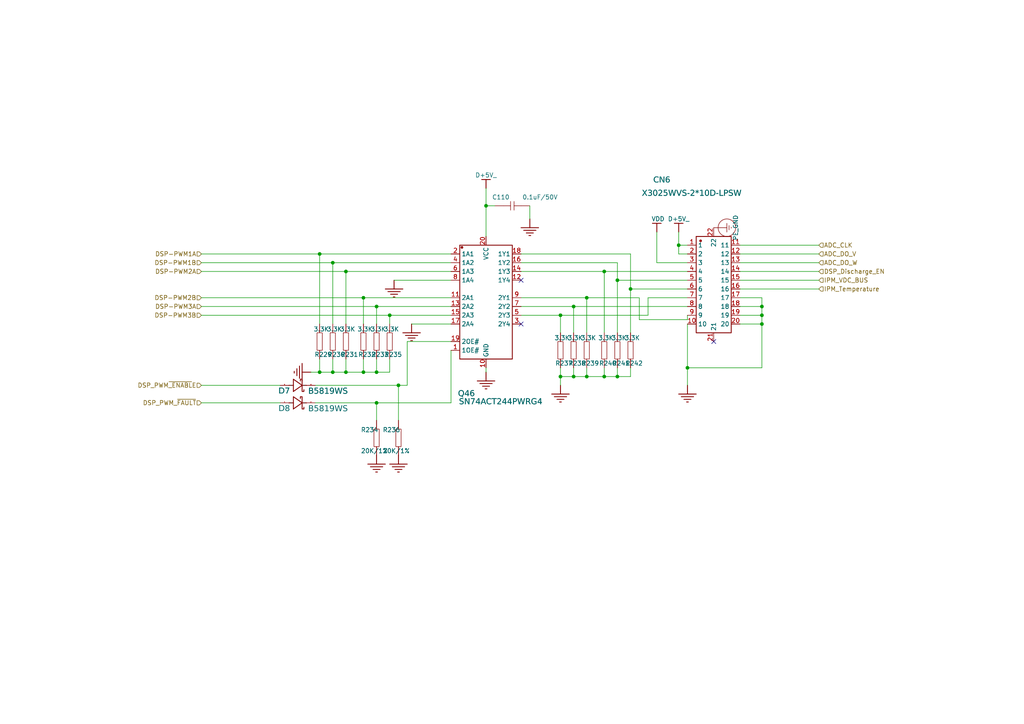
<source format=kicad_sch>
(kicad_sch (version 20250114) (generator "eeschema") (generator_version "9.0")
  (paper "A4")
  (lib_symbols
    (symbol "power:Earth_Protective" (power) (pin_numbers (hide yes)) (pin_names (offset 0) (hide yes))
      (property "Value" "Earth_Protective" (at 0 -7.62 0))
      (symbol "Earth_Protective_0_1"
        (polyline (pts (xy -0.635 -4.445) (xy 0.635 -4.445)))
        (polyline (pts (xy -0.127 -5.08) (xy 0.127 -5.08)))
        (polyline (pts (xy 0 -3.81) (xy 0 0)))
        (circle (center 0 -3.81) (radius 2.54))
        (polyline (pts (xy 1.27 -3.81) (xy -1.27 -3.81)))
      )
      (symbol "Earth_Protective_1_1"
        (pin power_in line (at 0 0 270) (length 0) (name "~") (number "1"))
      )
    )
    (symbol "sheet1-altium-import:AGND" (power)
      (property "Reference" "#PWR" (at 0 0 0))
      (property "Value" "GND" (at 0 6.35 0))
      (symbol "AGND_0_0"
        (polyline (pts (xy -2.54 -2.54) (xy 2.54 -2.54)) (stroke (width 0.254)))
        (polyline (pts (xy -1.778 -3.302) (xy 1.778 -3.302)) (stroke (width 0.254)))
        (polyline (pts (xy -1.016 -4.064) (xy 1.016 -4.064)) (stroke (width 0.254)))
        (polyline (pts (xy -0.254 -4.826) (xy 0.254 -4.826)) (stroke (width 0.254)))
        (polyline (pts (xy 0 0) (xy 0 -2.54)) (stroke (width 0.254)))
        (pin power_in line (at 0 0 0) (length 0) (hide yes) (name "AGND") (number ""))
      )
    )
    (symbol "sheet1-altium-import:B5819WS_C7420331"
      (property "Reference" "D3" (at -1.524 6.5405 0))
      (property "Value" "B5819WS_C7420331" (at -1.524 4.2291 0))
      (symbol "B5819WS_C7420331_0_0"
        (polyline (pts (xy -2.54 0) (xy -1.27 0)) (stroke (width 0.254)))
        (polyline (pts (xy -1.27 -1.778) (xy 1.27 0) (xy -1.27 1.778) (xy -1.27 -1.778)) (stroke (width 0.254)))
        (polyline (pts (xy 1.27 0) (xy 2.54 0)) (stroke (width 0.254)))
        (polyline (pts (xy 1.778 -1.27) (xy 1.778 -1.778) (xy 1.27 -1.778) (xy 1.27 1.778) (xy 0.762 1.778) (xy 0.762 1.27)) (stroke (width 0.254)))
        (pin passive line (at -5.08 0 0) (length 2.54) (name "A") (number "1"))
        (pin passive line (at 5.08 0 180) (length 2.54) (name "K") (number "2"))
      )
    )
    (symbol "sheet1-altium-import:CAP_2" (pin_numbers (hide yes)) (pin_names (hide yes))
      (property "Reference" "C71" (at 1.27 -5.08 0))
      (property "Value" "0.1uF/50V" (at 1.27 -2.54 0))
      (symbol "CAP_2_1_0"
        (polyline (pts (xy 1.27 -2.032) (xy 3.81 -2.032)))
        (polyline (pts (xy 1.27 -3.048) (xy 3.81 -3.048)))
        (polyline (pts (xy 2.54 0) (xy 2.54 -2.032)))
        (polyline (pts (xy 2.54 -3.048) (xy 2.54 -5.08)))
        (pin passive line (at 2.54 2.54 270) (length 2.54) (name "2") (number "2"))
        (pin passive line (at 2.54 -7.62 90) (length 2.54) (name "1") (number "1"))
      )
    )
    (symbol "sheet1-altium-import:D+5V" (power)
      (property "Reference" "#PWR" (at 0 0 0))
      (property "Value" "D+5V" (at 0 3.81 0))
      (symbol "D+5V_0_0"
        (polyline (pts (xy -1.27 -2.54) (xy 1.27 -2.54)) (stroke (width 0.254)))
        (polyline (pts (xy 0 0) (xy 0 -2.54)) (stroke (width 0.254)))
      )
      (symbol "D+5V_1_0"
        (pin power_in line (at 0 0 0) (length 0) (hide yes) (name "D+5V") (number ""))
      )
    )
    (symbol "sheet1-altium-import:RES_2" (pin_numbers (hide yes)) (pin_names (hide yes))
      (symbol "RES_2_1_0"
        (rectangle (start 0 -1.778) (end 5.08 -3.302))
        (pin passive line (at -2.54 -2.54 0) (length 2.54) (name "1") (number "1"))
        (pin passive line (at 7.62 -2.54 180) (length 2.54) (name "2") (number "2"))
      )
    )
    (symbol "sheet1-altium-import:RES_8" (pin_numbers (hide yes)) (pin_names (hide yes))
      (property "Reference" "R90" (at 0 -1.27 90))
      (property "Value" "20K/1%" (at 2.54 -1.016 90))
      (symbol "RES_8_1_0"
        (rectangle (start 0 -1.778) (end 5.08 -3.302))
        (pin passive line (at -2.54 -2.54 0) (length 2.54) (name "1") (number "1"))
        (pin passive line (at 7.62 -2.54 180) (length 2.54) (name "2") (number "2"))
      )
    )
    (symbol "sheet1-altium-import:SN74ACT244PWRG4"
      (property "Reference" "U23" (at 3.302 -24.13 0))
      (property "Value" "SN74ACT244PWRG4" (at 3.302 -26.416 0))
      (symbol "SN74ACT244PWRG4_0_0"
        (rectangle (start -7.62 13.97) (end 7.62 -19.05) (stroke (width 0.254)))
        (circle (center -6.985 13.335) (radius 0.254) (stroke (width 0.254)) (fill (type outline)))
        (pin input line (at -10.16 11.43 0) (length 2.54) (name "1A1") (number "2"))
        (pin input line (at -10.16 8.89 0) (length 2.54) (name "1A2") (number "4"))
        (pin input line (at -10.16 6.35 0) (length 2.54) (name "1A3") (number "6"))
        (pin input line (at -10.16 3.81 0) (length 2.54) (name "1A4") (number "8"))
        (pin input line (at -10.16 -1.27 0) (length 2.54) (name "2A1") (number "11"))
        (pin input line (at -10.16 -6.35 0) (length 2.54) (name "2A3") (number "15"))
        (pin input line (at -10.16 -8.89 0) (length 2.54) (name "2A4") (number "17"))
        (pin input line (at -10.16 -13.97 0) (length 2.54) (name "2OE#") (number "19"))
        (pin input line (at -10.16 -16.51 0) (length 2.54) (name "1OE#") (number "1"))
        (pin power_in line (at 0 16.51 270) (length 2.54) (name "VCC") (number "20"))
        (pin power_in line (at 0 -21.59 90) (length 2.54) (name "GND") (number "10"))
        (pin output line (at 10.16 11.43 180) (length 2.54) (name "1Y1") (number "18"))
        (pin output line (at 10.16 8.89 180) (length 2.54) (name "1Y2") (number "16"))
        (pin output line (at 10.16 6.35 180) (length 2.54) (name "1Y3") (number "14"))
        (pin output line (at 10.16 3.81 180) (length 2.54) (name "1Y4") (number "12"))
        (pin output line (at 10.16 -1.27 180) (length 2.54) (name "2Y1") (number "9"))
        (pin output line (at 10.16 -3.81 180) (length 2.54) (name "2Y2") (number "7"))
        (pin output line (at 10.16 -6.35 180) (length 2.54) (name "2Y3") (number "5"))
        (pin output line (at 10.16 -8.89 180) (length 2.54) (name "2Y4") (number "3"))
      )
      (symbol "SN74ACT244PWRG4_1_0"
        (pin input line (at -10.16 -3.81 0) (length 2.54) (name "2A2") (number "13"))
      )
    )
    (symbol "sheet1-altium-import:VDD" (power)
      (property "Reference" "#PWR" (at 0 0 0))
      (property "Value" "VDD" (at 0 3.81 0))
      (symbol "VDD_0_0"
        (polyline (pts (xy -1.27 -2.54) (xy 1.27 -2.54)) (stroke (width 0.254)))
        (polyline (pts (xy 0 0) (xy 0 -2.54)) (stroke (width 0.254)))
        (pin power_in line (at 0 0 0) (length 0) (hide yes) (name "VDD") (number ""))
      )
    )
    (symbol "sheet1-altium-import:X3025WVS-2*10D-LPSW"
      (property "Reference" "CN2" (at -8.2042 21.9329 0))
      (property "Value" "X3025WVS-2*10D-LPSW" (at -8.2042 19.6215 0))
      (symbol "X3025WVS-2*10D-LPSW_0_0"
        (rectangle (start -5.08 13.97) (end 5.08 -13.97) (stroke (width 0.254)))
        (circle (center -3.81 12.7) (radius 0.254) (stroke (width 0.254)) (fill (type outline)))
        (pin passive line (at -7.62 11.43 0) (length 2.54) (name "1") (number "1"))
        (pin passive line (at -7.62 8.89 0) (length 2.54) (name "2") (number "2"))
        (pin passive line (at -7.62 6.35 0) (length 2.54) (name "3") (number "3"))
        (pin passive line (at -7.62 3.81 0) (length 2.54) (name "4") (number "4"))
        (pin passive line (at -7.62 1.27 0) (length 2.54) (name "5") (number "5"))
        (pin passive line (at -7.62 -1.27 0) (length 2.54) (name "6") (number "6"))
        (pin passive line (at -7.62 -3.81 0) (length 2.54) (name "7") (number "7"))
        (pin passive line (at -7.62 -6.35 0) (length 2.54) (name "8") (number "8"))
        (pin passive line (at -7.62 -8.89 0) (length 2.54) (name "9") (number "9"))
        (pin passive line (at -7.62 -11.43 0) (length 2.54) (name "10") (number "10"))
        (pin passive line (at 0 16.51 270) (length 2.54) (name "22") (number "22"))
        (pin passive line (at 0 -16.51 90) (length 2.54) (name "21") (number "21"))
        (pin passive line (at 7.62 11.43 180) (length 2.54) (name "11") (number "11"))
        (pin passive line (at 7.62 8.89 180) (length 2.54) (name "12") (number "12"))
        (pin passive line (at 7.62 6.35 180) (length 2.54) (name "13") (number "13"))
        (pin passive line (at 7.62 3.81 180) (length 2.54) (name "14") (number "14"))
        (pin passive line (at 7.62 1.27 180) (length 2.54) (name "15") (number "15"))
        (pin passive line (at 7.62 -1.27 180) (length 2.54) (name "16") (number "16"))
        (pin passive line (at 7.62 -3.81 180) (length 2.54) (name "17") (number "17"))
        (pin passive line (at 7.62 -6.35 180) (length 2.54) (name "18") (number "18"))
        (pin passive line (at 7.62 -8.89 180) (length 2.54) (name "19") (number "19"))
        (pin passive line (at 7.62 -11.43 180) (length 2.54) (name "20") (number "20"))
      )
    )
  )
  (junction (at 179.07 81.28))
  (junction (at 100.33 107.95))
  (junction (at 100.33 78.74))
  (junction (at 175.26 78.74))
  (junction (at 115.57 111.76))
  (junction (at 105.41 86.36))
  (junction (at 166.37 109.22))
  (junction (at 170.18 109.22))
  (junction (at 179.07 109.22))
  (junction (at 170.18 86.36))
  (junction (at 220.98 91.44))
  (junction (at 220.98 88.9))
  (junction (at 182.88 83.82))
  (junction (at 109.22 88.9))
  (junction (at 220.98 93.98))
  (junction (at 105.41 107.95))
  (junction (at 175.26 109.22))
  (junction (at 162.56 109.22))
  (junction (at 109.22 116.84))
  (junction (at 109.22 107.95))
  (junction (at 196.85 71.12))
  (junction (at 96.52 76.2))
  (junction (at 199.39 106.68))
  (junction (at 113.03 91.44))
  (junction (at 96.52 107.95))
  (junction (at 140.97 59.69))
  (junction (at 162.56 91.44))
  (junction (at 92.71 107.95))
  (junction (at 166.37 88.9))
  (junction (at 92.71 73.66))
  (no_connect (at 151.13 81.28))
  (no_connect (at 207.01 99.06))
  (no_connect (at 151.13 93.98))
  (wire (pts (xy 237.49 73.66) (xy 214.63 73.66)))
  (wire (pts (xy 100.33 107.95) (xy 100.33 104.14)))
  (wire (pts (xy 130.81 76.2) (xy 96.52 76.2)))
  (wire (pts (xy 109.22 107.95) (xy 113.03 107.95)))
  (wire (pts (xy 105.41 107.95) (xy 105.41 104.14)))
  (wire (pts (xy 182.88 109.22) (xy 179.07 109.22)))
  (wire (pts (xy 237.49 71.12) (xy 214.63 71.12)))
  (wire (pts (xy 113.03 93.98) (xy 113.03 91.44)))
  (wire (pts (xy 237.49 76.2) (xy 214.63 76.2)))
  (wire (pts (xy 92.71 93.98) (xy 92.71 73.66)))
  (wire (pts (xy 166.37 96.52) (xy 166.37 88.9)))
  (wire (pts (xy 170.18 86.36) (xy 185.42 86.36)))
  (wire (pts (xy 130.81 93.98) (xy 119.38 93.98)))
  (wire (pts (xy 162.56 91.44) (xy 151.13 91.44)))
  (wire (pts (xy 170.18 86.36) (xy 151.13 86.36)))
  (wire (pts (xy 162.56 109.22) (xy 162.56 106.68)))
  (wire (pts (xy 182.88 83.82) (xy 199.39 83.82)))
  (wire (pts (xy 170.18 109.22) (xy 166.37 109.22)))
  (wire (pts (xy 96.52 107.95) (xy 100.33 107.95)))
  (wire (pts (xy 58.42 78.74) (xy 100.33 78.74)))
  (wire (pts (xy 58.42 73.66) (xy 92.71 73.66)))
  (wire (pts (xy 199.39 106.68) (xy 199.39 111.76)))
  (wire (pts (xy 199.39 76.2) (xy 190.5 76.2)))
  (wire (pts (xy 196.85 67.31) (xy 196.85 71.12)))
  (wire (pts (xy 96.52 93.98) (xy 96.52 76.2)))
  (wire (pts (xy 179.07 76.2) (xy 151.13 76.2)))
  (wire (pts (xy 58.42 76.2) (xy 96.52 76.2)))
  (wire (pts (xy 220.98 91.44) (xy 214.63 91.44)))
  (wire (pts (xy 199.39 73.66) (xy 196.85 73.66)))
  (wire (pts (xy 130.81 91.44) (xy 113.03 91.44)))
  (wire (pts (xy 114.3 81.28) (xy 130.81 81.28)))
  (wire (pts (xy 58.42 116.84) (xy 81.28 116.84)))
  (wire (pts (xy 143.51 59.69) (xy 140.97 59.69)))
  (wire (pts (xy 130.81 101.6) (xy 130.81 116.84)))
  (wire (pts (xy 113.03 107.95) (xy 113.03 104.14)))
  (wire (pts (xy 109.22 116.84) (xy 109.22 121.92)))
  (wire (pts (xy 179.07 106.68) (xy 179.07 109.22)))
  (wire (pts (xy 179.07 81.28) (xy 199.39 81.28)))
  (wire (pts (xy 214.63 86.36) (xy 220.98 86.36)))
  (wire (pts (xy 190.5 76.2) (xy 190.5 67.31)))
  (wire (pts (xy 220.98 106.68) (xy 199.39 106.68)))
  (wire (pts (xy 179.07 96.52) (xy 179.07 81.28)))
  (wire (pts (xy 153.67 63.5) (xy 153.67 59.69)))
  (wire (pts (xy 237.49 81.28) (xy 214.63 81.28)))
  (wire (pts (xy 179.07 109.22) (xy 175.26 109.22)))
  (wire (pts (xy 100.33 78.74) (xy 100.33 93.98)))
  (wire (pts (xy 58.42 88.9) (xy 109.22 88.9)))
  (wire (pts (xy 170.18 96.52) (xy 170.18 86.36)))
  (wire (pts (xy 199.39 92.71) (xy 199.39 91.44)))
  (wire (pts (xy 58.42 91.44) (xy 113.03 91.44)))
  (wire (pts (xy 220.98 93.98) (xy 220.98 106.68)))
  (wire (pts (xy 92.71 107.95) (xy 92.71 104.14)))
  (wire (pts (xy 109.22 107.95) (xy 109.22 104.14)))
  (wire (pts (xy 130.81 99.06) (xy 118.11 99.06)))
  (wire (pts (xy 175.26 78.74) (xy 151.13 78.74)))
  (wire (pts (xy 182.88 106.68) (xy 182.88 109.22)))
  (wire (pts (xy 220.98 88.9) (xy 220.98 91.44)))
  (wire (pts (xy 196.85 71.12) (xy 199.39 71.12)))
  (wire (pts (xy 118.11 99.06) (xy 118.11 111.76)))
  (wire (pts (xy 91.44 111.76) (xy 115.57 111.76)))
  (wire (pts (xy 182.88 83.82) (xy 182.88 96.52)))
  (wire (pts (xy 130.81 88.9) (xy 109.22 88.9)))
  (wire (pts (xy 105.41 107.95) (xy 109.22 107.95)))
  (wire (pts (xy 175.26 78.74) (xy 175.26 96.52)))
  (wire (pts (xy 182.88 73.66) (xy 151.13 73.66)))
  (wire (pts (xy 130.81 78.74) (xy 100.33 78.74)))
  (wire (pts (xy 175.26 109.22) (xy 170.18 109.22)))
  (wire (pts (xy 214.63 88.9) (xy 220.98 88.9)))
  (wire (pts (xy 166.37 88.9) (xy 151.13 88.9)))
  (wire (pts (xy 185.42 92.71) (xy 199.39 92.71)))
  (wire (pts (xy 220.98 86.36) (xy 220.98 88.9)))
  (wire (pts (xy 196.85 73.66) (xy 196.85 71.12)))
  (wire (pts (xy 220.98 91.44) (xy 220.98 93.98)))
  (wire (pts (xy 179.07 81.28) (xy 179.07 76.2)))
  (wire (pts (xy 91.44 116.84) (xy 109.22 116.84)))
  (wire (pts (xy 96.52 104.14) (xy 96.52 107.95)))
  (wire (pts (xy 199.39 93.98) (xy 199.39 106.68)))
  (wire (pts (xy 166.37 106.68) (xy 166.37 109.22)))
  (wire (pts (xy 175.26 78.74) (xy 199.39 78.74)))
  (wire (pts (xy 140.97 107.95) (xy 140.97 106.68)))
  (wire (pts (xy 162.56 111.76) (xy 162.56 109.22)))
  (wire (pts (xy 237.49 78.74) (xy 214.63 78.74)))
  (wire (pts (xy 182.88 73.66) (xy 182.88 83.82)))
  (wire (pts (xy 90.17 107.95) (xy 92.71 107.95)))
  (wire (pts (xy 166.37 88.9) (xy 199.39 88.9)))
  (wire (pts (xy 185.42 86.36) (xy 185.42 92.71)))
  (wire (pts (xy 58.42 111.76) (xy 81.28 111.76)))
  (wire (pts (xy 140.97 59.69) (xy 140.97 68.58)))
  (wire (pts (xy 175.26 106.68) (xy 175.26 109.22)))
  (wire (pts (xy 100.33 107.95) (xy 105.41 107.95)))
  (wire (pts (xy 118.11 111.76) (xy 115.57 111.76)))
  (wire (pts (xy 109.22 93.98) (xy 109.22 88.9)))
  (wire (pts (xy 162.56 96.52) (xy 162.56 91.44)))
  (wire (pts (xy 237.49 83.82) (xy 214.63 83.82)))
  (wire (pts (xy 92.71 107.95) (xy 96.52 107.95)))
  (wire (pts (xy 187.96 91.44) (xy 162.56 91.44)))
  (wire (pts (xy 105.41 93.98) (xy 105.41 86.36)))
  (wire (pts (xy 130.81 116.84) (xy 109.22 116.84)))
  (wire (pts (xy 140.97 59.69) (xy 140.97 54.61)))
  (wire (pts (xy 220.98 93.98) (xy 214.63 93.98)))
  (wire (pts (xy 130.81 73.66) (xy 92.71 73.66)))
  (wire (pts (xy 130.81 86.36) (xy 105.41 86.36)))
  (wire (pts (xy 58.42 86.36) (xy 105.41 86.36)))
  (wire (pts (xy 170.18 106.68) (xy 170.18 109.22)))
  (wire (pts (xy 166.37 109.22) (xy 162.56 109.22)))
  (wire (pts (xy 115.57 111.76) (xy 115.57 121.92)))
  (wire (pts (xy 187.96 86.36) (xy 199.39 86.36)))
  (wire (pts (xy 187.96 86.36) (xy 187.96 91.44)))
  (hierarchical_label "IPM_Temperature" (shape input) (at 237.49 83.82 0))
  (hierarchical_label "DSP_PWM_~{FAULT}" (shape input) (at 58.42 116.84 180))
  (hierarchical_label "DSP-PWM1B" (shape input) (at 58.42 76.2 180))
  (hierarchical_label "DSP-PWM3A" (shape input) (at 58.42 88.9 180))
  (hierarchical_label "DSP-PWM2A" (shape input) (at 58.42 78.74 180))
  (hierarchical_label "ADC_CLK" (shape input) (at 237.49 71.12 0))
  (hierarchical_label "DSP_Discharge_EN" (shape input) (at 237.49 78.74 0))
  (hierarchical_label "DSP-PWM1A" (shape input) (at 58.42 73.66 180))
  (hierarchical_label "ADC_DO_W" (shape input) (at 237.49 76.2 0))
  (hierarchical_label "DSP-PWM2B" (shape input) (at 58.42 86.36 180))
  (hierarchical_label "DSP-PWM3B" (shape input) (at 58.42 91.44 180))
  (hierarchical_label "ADC_DO_V" (shape input) (at 237.49 73.66 0))
  (hierarchical_label "DSP_PWM~{_ENABL}E" (shape input) (at 58.42 111.76 180))
  (hierarchical_label "IPM_VDC_BUS" (shape input) (at 237.49 81.28 0))
  (symbol (lib_id "sheet1-altium-import:SN74ACT244PWRG4") (at 140.97 85.09 0) (unit 1)
    (property "Reference" "Q43" (at 132.842 113.284 0) (effects (font (size 1.6891 1.6891)) (justify left top)))
    (property "Value" "SN74ACT244PWRG4" (at 132.842 115.57 0) (effects (font (size 1.6891 1.6891)) (justify left top)))
    (property "Footprint" "Lib2ic:TSSOP-20_L6.5-W4.4-P0.65-LS6.4-BL" (effects (hide yes)))
    (property "Manufacturer Part" "SN74ACT244PWR" (effects (hide yes)))
    (property "Manufacturer" "TI(德州仪器)" (effects (hide yes)))
    (property "Supplier Part" "C6930" (effects (hide yes)))
    (property "Supplier" "LCSC" (effects (hide yes)))
    (instances (project "sheet1" (path "" (reference "Q46") (unit 1)) (path "" (reference "Q45") (unit 1)) (path "" (reference "Q44") (unit 1)) (path "" (reference "Q43") (unit 1))))
  )
  (symbol (lib_id "sheet1-altium-import:CAP_2") (at 151.13 57.15 270) (unit 1)
    (property "Reference" "C107" (at 147.828 57.912 90) (effects (justify right bottom)))
    (property "Value" "0.1uF/50V" (at 161.798 57.912 90) (effects (justify right bottom)))
    (property "Footprint" "Capacitor_SMD:C_0603_1608Metric" (effects (hide yes)))
    (property "Automotive" "AEC-Q200" (effects (hide yes)))
    (property "Datasheet Link" "\\\\10.30.16.21\\D-UserFiles\\Cadence-share\\CIS_LP\\DATASHEET-New\\电容\\KEMET_MLCC_规格书.PDF" (effects (hide yes)))
    (property "EBOM Description" "瓷片电容-0.1uF-±10%-50V-X7R-(-55~125℃)-车规-0603" (effects (hide yes)))
    (property "Height" "0.87" (effects (hide yes)))
    (property "Implementation Type" "<none>" (effects (hide yes)))
    (property "New Part Number" "3.2.04.05.00132" (effects (hide yes)))
    (property "Origin Footprint" "0603C" (effects (hide yes)))
    (property "PCB Footprint" "0603C" (effects (hide yes)))
    (property "Part State" "已认定" (effects (hide yes)))
    (property "Part Type" "瓷片电容" (effects (hide yes)))
    (property "Power Pins Visible" "False" (effects (hide yes)))
    (property "Primitive" "DEFAULT" (effects (hide yes)))
    (property "Source Package" "CAP" (effects (hide yes)))
    (property "priority" "H" (effects (hide yes)))
    (property "purpose" "通用" (effects (hide yes)))
    (property "制造商名称" "MC000042_基美（KEMET）" (effects (hide yes)))
    (instances (project "sheet1" (path "" (reference "C110") (unit 1)) (path "" (reference "C109") (unit 1)) (path "" (reference "C108") (unit 1)) (path "" (reference "C107") (unit 1))))
  )
  (symbol (lib_id "sheet1-altium-import:RES_2") (at 107.95 96.52 270) (unit 1)
    (property "Reference" "R190" (at 103.886 102.108 90) (effects (justify left top)))
    (property "Value" "3.3K" (at 103.632 94.742 90) (effects (justify left top)))
    (property "Footprint" "Lib_sheet_10:R_0603_1608Metric" (effects (hide yes)))
    (property "Automotive" "AEC-Q200" (effects (hide yes)))
    (property "Datasheet Link" "\\\\10.192.7.10\\Dianqu-CIS\\DATASHEET-New\\电阻\\YAGEO_AC_规格书.pdf" (effects (hide yes)))
    (property "EBOM Description" "电阻-3.3K-±5%-1/10W-(-55~155℃)-车规-0603" (effects (hide yes)))
    (property "Height" "0.55" (effects (hide yes)))
    (property "ID" "397" (effects (hide yes)))
    (property "Implementation Type" "<none>" (effects (hide yes)))
    (property "New Part Number" "3.2.03.01.00406" (effects (hide yes)))
    (property "Origin Footprint" "0603R" (effects (hide yes)))
    (property "PCB Footprint" "0603R" (effects (hide yes)))
    (property "Part State" "已认定" (effects (hide yes)))
    (property "Part Type" "普通电阻" (effects (hide yes)))
    (property "Power Pins Visible" "False" (effects (hide yes)))
    (property "Primitive" "DEFAULT" (effects (hide yes)))
    (property "Source Package" "RES" (effects (hide yes)))
    (property "priority" "H" (effects (hide yes)))
    (property "purpose" "通用" (effects (hide yes)))
    (property "制造商名称" "MC000003_国巨（YAGEO）" (effects (hide yes)))
    (instances (project "sheet1" (path "" (reference "R232") (unit 1)) (path "" (reference "R218") (unit 1)) (path "" (reference "R204") (unit 1)) (path "" (reference "R190") (unit 1))))
  )
  (symbol (lib_id "sheet1-altium-import:RES_2") (at 111.76 96.52 270) (unit 1)
    (property "Reference" "R191" (at 107.696 102.108 90) (effects (justify left top)))
    (property "Value" "3.3K" (at 107.442 94.742 90) (effects (justify left top)))
    (property "Footprint" "Lib_sheet_10:R_0603_1608Metric" (effects (hide yes)))
    (property "Automotive" "AEC-Q200" (effects (hide yes)))
    (property "Datasheet Link" "\\\\10.192.7.10\\Dianqu-CIS\\DATASHEET-New\\电阻\\YAGEO_AC_规格书.pdf" (effects (hide yes)))
    (property "EBOM Description" "电阻-3.3K-±5%-1/10W-(-55~155℃)-车规-0603" (effects (hide yes)))
    (property "Height" "0.55" (effects (hide yes)))
    (property "ID" "397" (effects (hide yes)))
    (property "Implementation Type" "<none>" (effects (hide yes)))
    (property "New Part Number" "3.2.03.01.00406" (effects (hide yes)))
    (property "Origin Footprint" "0603R" (effects (hide yes)))
    (property "PCB Footprint" "0603R" (effects (hide yes)))
    (property "Part State" "已认定" (effects (hide yes)))
    (property "Part Type" "普通电阻" (effects (hide yes)))
    (property "Power Pins Visible" "False" (effects (hide yes)))
    (property "Primitive" "DEFAULT" (effects (hide yes)))
    (property "Source Package" "RES" (effects (hide yes)))
    (property "priority" "H" (effects (hide yes)))
    (property "purpose" "通用" (effects (hide yes)))
    (property "制造商名称" "MC000003_国巨（YAGEO）" (effects (hide yes)))
    (instances (project "sheet1" (path "" (reference "R233") (unit 1)) (path "" (reference "R219") (unit 1)) (path "" (reference "R205") (unit 1)) (path "" (reference "R191") (unit 1))))
  )
  (symbol (lib_id "sheet1-altium-import:AGND") (at 162.56 111.76 0) (unit 1)
    (property "Reference" "#PWR0194" (effects (hide yes)))
    (property "Value" "AGND" (effects (hide yes)))
    (property "Description" "电源符号创建名为 'AGND' 的全局标签" (effects (hide yes)))
    (instances (project "sheet1" (path "" (reference "#PWR0233") (unit 1)) (path "" (reference "#PWR0220") (unit 1)) (path "" (reference "#PWR0207") (unit 1)) (path "" (reference "#PWR0194") (unit 1))))
  )
  (symbol (lib_id "sheet1-altium-import:RES_2") (at 102.87 96.52 270) (unit 1)
    (property "Reference" "R189" (at 98.806 102.108 90) (effects (justify left top)))
    (property "Value" "3.3K" (at 98.552 94.742 90) (effects (justify left top)))
    (property "Footprint" "Lib_sheet_10:R_0603_1608Metric" (effects (hide yes)))
    (property "Automotive" "AEC-Q200" (effects (hide yes)))
    (property "Datasheet Link" "\\\\10.192.7.10\\Dianqu-CIS\\DATASHEET-New\\电阻\\YAGEO_AC_规格书.pdf" (effects (hide yes)))
    (property "EBOM Description" "电阻-3.3K-±5%-1/10W-(-55~155℃)-车规-0603" (effects (hide yes)))
    (property "Height" "0.55" (effects (hide yes)))
    (property "ID" "397" (effects (hide yes)))
    (property "Implementation Type" "<none>" (effects (hide yes)))
    (property "New Part Number" "3.2.03.01.00406" (effects (hide yes)))
    (property "Origin Footprint" "0603R" (effects (hide yes)))
    (property "PCB Footprint" "0603R" (effects (hide yes)))
    (property "Part State" "已认定" (effects (hide yes)))
    (property "Part Type" "普通电阻" (effects (hide yes)))
    (property "Power Pins Visible" "False" (effects (hide yes)))
    (property "Primitive" "DEFAULT" (effects (hide yes)))
    (property "Source Package" "RES" (effects (hide yes)))
    (property "priority" "H" (effects (hide yes)))
    (property "purpose" "通用" (effects (hide yes)))
    (property "制造商名称" "MC000003_国巨（YAGEO）" (effects (hide yes)))
    (instances (project "sheet1" (path "" (reference "R231") (unit 1)) (path "" (reference "R217") (unit 1)) (path "" (reference "R203") (unit 1)) (path "" (reference "R189") (unit 1))))
  )
  (symbol (lib_id "sheet1-altium-import:X3025WVS-2*10D-LPSW") (at 207.01 82.55 0) (unit 1)
    (property "Reference" "CN3" (at 189.484 51.308 0) (effects (font (size 1.6891 1.6891)) (justify left top)))
    (property "Value" "X3025WVS-2*10D-LPSW" (at 184.658 55.118 0) (effects (font (size 1.6891 1.6891)) (justify left top)))
    (property "Footprint" "Lib_sheet_10:CONN-SMD_20P-P3.00_X3025WVS-2-10D-LPSW" (effects (hide yes)))
    (property "Manufacturer Part" "X3025WVS-2x10D-LPSW" (effects (hide yes)))
    (property "Manufacturer" "XKB Connection(中国星坤)" (effects (hide yes)))
    (property "Supplier Part" "C400375" (effects (hide yes)))
    (property "Supplier" "LCSC" (effects (hide yes)))
    (instances (project "sheet1" (path "" (reference "CN6") (unit 1)) (path "" (reference "CN5") (unit 1)) (path "" (reference "CN4") (unit 1)) (path "" (reference "CN3") (unit 1))))
  )
  (symbol (lib_id "sheet1-altium-import:VDD") (at 190.5 67.31 0) (mirror x) (unit 1)
    (property "Reference" "#PWR0195" (effects (hide yes)))
    (property "Value" "VDD" (at 192.786 63.5 0) (effects (justify right)))
    (property "Description" "电源符号创建名为 'VDD' 的全局标签" (effects (hide yes)))
    (instances (project "sheet1" (path "" (reference "#PWR0234") (unit 1)) (path "" (reference "#PWR0221") (unit 1)) (path "" (reference "#PWR0208") (unit 1)) (path "" (reference "#PWR0195") (unit 1))))
  )
  (symbol (lib_id "sheet1-altium-import:RES_2") (at 115.57 96.52 270) (unit 1)
    (property "Reference" "R193" (at 111.506 102.108 90) (effects (justify left top)))
    (property "Value" "3.3K" (at 111.252 94.742 90) (effects (justify left top)))
    (property "Footprint" "Lib_sheet_10:R_0603_1608Metric" (effects (hide yes)))
    (property "Automotive" "AEC-Q200" (effects (hide yes)))
    (property "Datasheet Link" "\\\\10.192.7.10\\Dianqu-CIS\\DATASHEET-New\\电阻\\YAGEO_AC_规格书.pdf" (effects (hide yes)))
    (property "EBOM Description" "电阻-3.3K-±5%-1/10W-(-55~155℃)-车规-0603" (effects (hide yes)))
    (property "Height" "0.55" (effects (hide yes)))
    (property "ID" "397" (effects (hide yes)))
    (property "Implementation Type" "<none>" (effects (hide yes)))
    (property "New Part Number" "3.2.03.01.00406" (effects (hide yes)))
    (property "Origin Footprint" "0603R" (effects (hide yes)))
    (property "PCB Footprint" "0603R" (effects (hide yes)))
    (property "Part State" "已认定" (effects (hide yes)))
    (property "Part Type" "普通电阻" (effects (hide yes)))
    (property "Power Pins Visible" "False" (effects (hide yes)))
    (property "Primitive" "DEFAULT" (effects (hide yes)))
    (property "Source Package" "RES" (effects (hide yes)))
    (property "priority" "H" (effects (hide yes)))
    (property "purpose" "通用" (effects (hide yes)))
    (property "制造商名称" "MC000003_国巨（YAGEO）" (effects (hide yes)))
    (instances (project "sheet1" (path "" (reference "R235") (unit 1)) (path "" (reference "R221") (unit 1)) (path "" (reference "R207") (unit 1)) (path "" (reference "R193") (unit 1))))
  )
  (symbol (lib_id "sheet1-altium-import:RES_2") (at 177.8 99.06 270) (unit 1)
    (property "Reference" "R198" (at 173.736 104.648 90) (effects (justify left top)))
    (property "Value" "3.3K" (at 173.482 97.282 90) (effects (justify left top)))
    (property "Footprint" "Lib_sheet_10:R_0603_1608Metric" (effects (hide yes)))
    (property "Automotive" "AEC-Q200" (effects (hide yes)))
    (property "Datasheet Link" "\\\\10.192.7.10\\Dianqu-CIS\\DATASHEET-New\\电阻\\YAGEO_AC_规格书.pdf" (effects (hide yes)))
    (property "EBOM Description" "电阻-3.3K-±5%-1/10W-(-55~155℃)-车规-0603" (effects (hide yes)))
    (property "Height" "0.55" (effects (hide yes)))
    (property "ID" "397" (effects (hide yes)))
    (property "Implementation Type" "<none>" (effects (hide yes)))
    (property "New Part Number" "3.2.03.01.00406" (effects (hide yes)))
    (property "Origin Footprint" "0603R" (effects (hide yes)))
    (property "PCB Footprint" "0603R" (effects (hide yes)))
    (property "Part State" "已认定" (effects (hide yes)))
    (property "Part Type" "普通电阻" (effects (hide yes)))
    (property "Power Pins Visible" "False" (effects (hide yes)))
    (property "Primitive" "DEFAULT" (effects (hide yes)))
    (property "Source Package" "RES" (effects (hide yes)))
    (property "priority" "H" (effects (hide yes)))
    (property "purpose" "通用" (effects (hide yes)))
    (property "制造商名称" "MC000003_国巨（YAGEO）" (effects (hide yes)))
    (instances (project "sheet1" (path "" (reference "R240") (unit 1)) (path "" (reference "R226") (unit 1)) (path "" (reference "R212") (unit 1)) (path "" (reference "R198") (unit 1))))
  )
  (symbol (lib_id "sheet1-altium-import:AGND") (at 114.3 81.28 0) (unit 1)
    (property "Reference" "#PWR0188" (effects (hide yes)))
    (property "Value" "AGND" (effects (hide yes)))
    (property "Description" "电源符号创建名为 'AGND' 的全局标签" (effects (hide yes)))
    (instances (project "sheet1" (path "" (reference "#PWR0227") (unit 1)) (path "" (reference "#PWR0214") (unit 1)) (path "" (reference "#PWR0201") (unit 1)) (path "" (reference "#PWR0188") (unit 1))))
  )
  (symbol (lib_id "sheet1-altium-import:AGND") (at 199.39 111.76 0) (unit 1)
    (property "Reference" "#PWR0197" (effects (hide yes)))
    (property "Value" "AGND" (effects (hide yes)))
    (property "Description" "电源符号创建名为 'AGND' 的全局标签" (effects (hide yes)))
    (instances (project "sheet1" (path "" (reference "#PWR0236") (unit 1)) (path "" (reference "#PWR0223") (unit 1)) (path "" (reference "#PWR0210") (unit 1)) (path "" (reference "#PWR0197") (unit 1))))
  )
  (symbol (lib_id "sheet1-altium-import:RES_2") (at 99.06 96.52 270) (unit 1)
    (property "Reference" "R188" (at 94.996 102.108 90) (effects (justify left top)))
    (property "Value" "3.3K" (at 94.742 94.742 90) (effects (justify left top)))
    (property "Footprint" "Lib_sheet_10:R_0603_1608Metric" (effects (hide yes)))
    (property "Automotive" "AEC-Q200" (effects (hide yes)))
    (property "Datasheet Link" "\\\\10.192.7.10\\Dianqu-CIS\\DATASHEET-New\\电阻\\YAGEO_AC_规格书.pdf" (effects (hide yes)))
    (property "EBOM Description" "电阻-3.3K-±5%-1/10W-(-55~155℃)-车规-0603" (effects (hide yes)))
    (property "Height" "0.55" (effects (hide yes)))
    (property "ID" "397" (effects (hide yes)))
    (property "Implementation Type" "<none>" (effects (hide yes)))
    (property "New Part Number" "3.2.03.01.00406" (effects (hide yes)))
    (property "Origin Footprint" "0603R" (effects (hide yes)))
    (property "PCB Footprint" "0603R" (effects (hide yes)))
    (property "Part State" "已认定" (effects (hide yes)))
    (property "Part Type" "普通电阻" (effects (hide yes)))
    (property "Power Pins Visible" "False" (effects (hide yes)))
    (property "Primitive" "DEFAULT" (effects (hide yes)))
    (property "Source Package" "RES" (effects (hide yes)))
    (property "priority" "H" (effects (hide yes)))
    (property "purpose" "通用" (effects (hide yes)))
    (property "制造商名称" "MC000003_国巨（YAGEO）" (effects (hide yes)))
    (instances (project "sheet1" (path "" (reference "R230") (unit 1)) (path "" (reference "R216") (unit 1)) (path "" (reference "R202") (unit 1)) (path "" (reference "R188") (unit 1))))
  )
  (symbol (lib_id "sheet1-altium-import:RES_2") (at 168.91 99.06 270) (unit 1)
    (property "Reference" "R196" (at 164.846 104.648 90) (effects (justify left top)))
    (property "Value" "3.3K" (at 164.592 97.282 90) (effects (justify left top)))
    (property "Footprint" "Lib_sheet_10:R_0603_1608Metric" (effects (hide yes)))
    (property "Automotive" "AEC-Q200" (effects (hide yes)))
    (property "Datasheet Link" "\\\\10.192.7.10\\Dianqu-CIS\\DATASHEET-New\\电阻\\YAGEO_AC_规格书.pdf" (effects (hide yes)))
    (property "EBOM Description" "电阻-3.3K-±5%-1/10W-(-55~155℃)-车规-0603" (effects (hide yes)))
    (property "Height" "0.55" (effects (hide yes)))
    (property "ID" "397" (effects (hide yes)))
    (property "Implementation Type" "<none>" (effects (hide yes)))
    (property "New Part Number" "3.2.03.01.00406" (effects (hide yes)))
    (property "Origin Footprint" "0603R" (effects (hide yes)))
    (property "PCB Footprint" "0603R" (effects (hide yes)))
    (property "Part State" "已认定" (effects (hide yes)))
    (property "Part Type" "普通电阻" (effects (hide yes)))
    (property "Power Pins Visible" "False" (effects (hide yes)))
    (property "Primitive" "DEFAULT" (effects (hide yes)))
    (property "Source Package" "RES" (effects (hide yes)))
    (property "priority" "H" (effects (hide yes)))
    (property "purpose" "通用" (effects (hide yes)))
    (property "制造商名称" "MC000003_国巨（YAGEO）" (effects (hide yes)))
    (instances (project "sheet1" (path "" (reference "R238") (unit 1)) (path "" (reference "R224") (unit 1)) (path "" (reference "R210") (unit 1)) (path "" (reference "R196") (unit 1))))
  )
  (symbol (lib_id "sheet1-altium-import:D+5V") (at 140.97 54.61 180) (unit 1)
    (property "Reference" "#PWR0191" (effects (hide yes)))
    (property "Value" "D+5V_" (at 140.97 50.8 0))
    (property "Description" "电源符号创建名为 'D+5V' 的全局标签" (effects (hide yes)))
    (instances (project "sheet1" (path "" (reference "#PWR0230") (unit 1)) (path "" (reference "#PWR0217") (unit 1)) (path "" (reference "#PWR0204") (unit 1)) (path "" (reference "#PWR0191") (unit 1))))
  )
  (symbol (lib_id "sheet1-altium-import:AGND") (at 115.57 132.08 0) (unit 1)
    (property "Reference" "#PWR0189" (effects (hide yes)))
    (property "Value" "AGND" (effects (hide yes)))
    (property "Description" "电源符号创建名为 'AGND' 的全局标签" (effects (hide yes)))
    (instances (project "sheet1" (path "" (reference "#PWR0228") (unit 1)) (path "" (reference "#PWR0215") (unit 1)) (path "" (reference "#PWR0202") (unit 1)) (path "" (reference "#PWR0189") (unit 1))))
  )
  (symbol (lib_id "sheet1-altium-import:RES_8") (at 111.76 124.46 270) (unit 1)
    (property "Reference" "R192" (at 104.648 123.952 90) (effects (justify left top)))
    (property "Value" "20K/1%" (at 104.648 130.048 90) (effects (justify left top)))
    (property "Footprint" "Resistor_SMD:R_0603_1608Metric" (effects (hide yes)))
    (property "Automotive" "AEC-Q200" (effects (hide yes)))
    (property "Datasheet Link" "\\\\10.192.7.10\\Dianqu-CIS\\DATASHEET-New\\电阻\\YAGEO_AC_规格书.pdf" (effects (hide yes)))
    (property "EBOM Description" "电阻-20K-±1%-1/10W-(-55~155℃)-车规-0603" (effects (hide yes)))
    (property "Height" "0.55" (effects (hide yes)))
    (property "ID" "322" (effects (hide yes)))
    (property "Implementation Type" "<none>" (effects (hide yes)))
    (property "New Part Number" "3.2.03.01.00329" (effects (hide yes)))
    (property "Origin Footprint" "0603R" (effects (hide yes)))
    (property "PCB Footprint" "0603R" (effects (hide yes)))
    (property "Part State" "已认定" (effects (hide yes)))
    (property "Part Type" "普通电阻" (effects (hide yes)))
    (property "Power Pins Visible" "False" (effects (hide yes)))
    (property "Primitive" "DEFAULT" (effects (hide yes)))
    (property "Source Package" "RES" (effects (hide yes)))
    (property "priority" "H" (effects (hide yes)))
    (property "purpose" "通用" (effects (hide yes)))
    (property "制造商名称" "MC000003_国巨（YAGEO）" (effects (hide yes)))
    (instances (project "sheet1" (path "" (reference "R234") (unit 1)) (path "" (reference "R220") (unit 1)) (path "" (reference "R206") (unit 1)) (path "" (reference "R192") (unit 1))))
  )
  (symbol (lib_id "sheet1-altium-import:RES_2") (at 185.42 99.06 270) (unit 1)
    (property "Reference" "R200" (at 181.356 104.648 90) (effects (justify left top)))
    (property "Value" "3.3K" (at 181.102 97.282 90) (effects (justify left top)))
    (property "Footprint" "Lib_sheet_10:R_0603_1608Metric" (effects (hide yes)))
    (property "Automotive" "AEC-Q200" (effects (hide yes)))
    (property "Datasheet Link" "\\\\10.192.7.10\\Dianqu-CIS\\DATASHEET-New\\电阻\\YAGEO_AC_规格书.pdf" (effects (hide yes)))
    (property "EBOM Description" "电阻-3.3K-±5%-1/10W-(-55~155℃)-车规-0603" (effects (hide yes)))
    (property "Height" "0.55" (effects (hide yes)))
    (property "ID" "397" (effects (hide yes)))
    (property "Implementation Type" "<none>" (effects (hide yes)))
    (property "New Part Number" "3.2.03.01.00406" (effects (hide yes)))
    (property "Origin Footprint" "0603R" (effects (hide yes)))
    (property "PCB Footprint" "0603R" (effects (hide yes)))
    (property "Part State" "已认定" (effects (hide yes)))
    (property "Part Type" "普通电阻" (effects (hide yes)))
    (property "Power Pins Visible" "False" (effects (hide yes)))
    (property "Primitive" "DEFAULT" (effects (hide yes)))
    (property "Source Package" "RES" (effects (hide yes)))
    (property "priority" "H" (effects (hide yes)))
    (property "purpose" "通用" (effects (hide yes)))
    (property "制造商名称" "MC000003_国巨（YAGEO）" (effects (hide yes)))
    (instances (project "sheet1" (path "" (reference "R242") (unit 1)) (path "" (reference "R228") (unit 1)) (path "" (reference "R214") (unit 1)) (path "" (reference "R200") (unit 1))))
  )
  (symbol (lib_id "sheet1-altium-import:D+5V") (at 196.85 67.31 180) (unit 1)
    (property "Reference" "#PWR0196" (effects (hide yes)))
    (property "Value" "D+5V_" (at 196.85 63.5 0))
    (property "Description" "电源符号创建名为 'D+5V' 的全局标签" (effects (hide yes)))
    (instances (project "sheet1" (path "" (reference "#PWR0235") (unit 1)) (path "" (reference "#PWR0222") (unit 1)) (path "" (reference "#PWR0209") (unit 1)) (path "" (reference "#PWR0196") (unit 1))))
  )
  (symbol (lib_id "power:Earth_Protective") (at 207.01 66.04 90) (unit 1)
    (property "Reference" "#PWR0198" (effects (hide yes)))
    (property "Value" "PE_GND" (at 213.36 66.04 0))
    (property "Description" "Power symbol creates a global label with name \"Earth_Protective\"" (effects (hide yes)))
    (instances (project "sheet1" (path "" (reference "#PWR0237") (unit 1)) (path "" (reference "#PWR0224") (unit 1)) (path "" (reference "#PWR0211") (unit 1)) (path "" (reference "#PWR0198") (unit 1))))
  )
  (symbol (lib_id "sheet1-altium-import:AGND") (at 119.38 93.98 0) (unit 1)
    (property "Reference" "#PWR0190" (effects (hide yes)))
    (property "Value" "AGND" (effects (hide yes)))
    (property "Description" "电源符号创建名为 'AGND' 的全局标签" (effects (hide yes)))
    (instances (project "sheet1" (path "" (reference "#PWR0229") (unit 1)) (path "" (reference "#PWR0216") (unit 1)) (path "" (reference "#PWR0203") (unit 1)) (path "" (reference "#PWR0190") (unit 1))))
  )
  (symbol (lib_id "sheet1-altium-import:RES_2") (at 165.1 99.06 270) (unit 1)
    (property "Reference" "R195" (at 161.036 104.648 90) (effects (justify left top)))
    (property "Value" "3.3K" (at 160.782 97.282 90) (effects (justify left top)))
    (property "Footprint" "Lib_sheet_10:R_0603_1608Metric" (effects (hide yes)))
    (property "Automotive" "AEC-Q200" (effects (hide yes)))
    (property "Datasheet Link" "\\\\10.192.7.10\\Dianqu-CIS\\DATASHEET-New\\电阻\\YAGEO_AC_规格书.pdf" (effects (hide yes)))
    (property "EBOM Description" "电阻-3.3K-±5%-1/10W-(-55~155℃)-车规-0603" (effects (hide yes)))
    (property "Height" "0.55" (effects (hide yes)))
    (property "ID" "397" (effects (hide yes)))
    (property "Implementation Type" "<none>" (effects (hide yes)))
    (property "New Part Number" "3.2.03.01.00406" (effects (hide yes)))
    (property "Origin Footprint" "0603R" (effects (hide yes)))
    (property "PCB Footprint" "0603R" (effects (hide yes)))
    (property "Part State" "已认定" (effects (hide yes)))
    (property "Part Type" "普通电阻" (effects (hide yes)))
    (property "Power Pins Visible" "False" (effects (hide yes)))
    (property "Primitive" "DEFAULT" (effects (hide yes)))
    (property "Source Package" "RES" (effects (hide yes)))
    (property "priority" "H" (effects (hide yes)))
    (property "purpose" "通用" (effects (hide yes)))
    (property "制造商名称" "MC000003_国巨（YAGEO）" (effects (hide yes)))
    (instances (project "sheet1" (path "" (reference "R237") (unit 1)) (path "" (reference "R223") (unit 1)) (path "" (reference "R209") (unit 1)) (path "" (reference "R195") (unit 1))))
  )
  (symbol (lib_id "sheet1-altium-import:AGND") (at 109.22 132.08 0) (unit 1)
    (property "Reference" "#PWR0187" (effects (hide yes)))
    (property "Value" "AGND" (effects (hide yes)))
    (property "Description" "电源符号创建名为 'AGND' 的全局标签" (effects (hide yes)))
    (instances (project "sheet1" (path "" (reference "#PWR0226") (unit 1)) (path "" (reference "#PWR0213") (unit 1)) (path "" (reference "#PWR0200") (unit 1)) (path "" (reference "#PWR0187") (unit 1))))
  )
  (symbol (lib_id "sheet1-altium-import:AGND") (at 140.97 107.95 0) (unit 1)
    (property "Reference" "#PWR0192" (effects (hide yes)))
    (property "Value" "AGND" (effects (hide yes)))
    (property "Description" "电源符号创建名为 'AGND' 的全局标签" (effects (hide yes)))
    (instances (project "sheet1" (path "" (reference "#PWR0231") (unit 1)) (path "" (reference "#PWR0218") (unit 1)) (path "" (reference "#PWR0205") (unit 1)) (path "" (reference "#PWR0192") (unit 1))))
  )
  (symbol (lib_id "sheet1-altium-import:B5819WS_C7420331") (at 86.36 116.84 0) (unit 1)
    (property "Reference" "D2" (at 80.772 117.602 0) (effects (font (size 1.6891 1.6891)) (justify left top)))
    (property "Value" "B5819WS" (at 89.154 117.602 0) (effects (font (size 1.6891 1.6891)) (justify left top)))
    (property "Footprint" "Lib_sheet_10:SOD-323_L1.7-W1.3-LS2.5-FD" (effects (hide yes)))
    (property "Manufacturer Part" "B5819WS" (effects (hide yes)))
    (property "Manufacturer" "宏迦橙" (effects (hide yes)))
    (property "Supplier Part" "C7420331" (effects (hide yes)))
    (property "Supplier" "LCSC" (effects (hide yes)))
    (instances (project "sheet1" (path "" (reference "D8") (unit 1)) (path "" (reference "D6") (unit 1)) (path "" (reference "D4") (unit 1)) (path "" (reference "D2") (unit 1))))
  )
  (symbol (lib_id "sheet1-altium-import:RES_8") (at 118.11 124.46 270) (unit 1)
    (property "Reference" "R194" (at 110.998 123.952 90) (effects (justify left top)))
    (property "Value" "20K/1%" (at 110.998 130.048 90) (effects (justify left top)))
    (property "Footprint" "Resistor_SMD:R_0603_1608Metric" (effects (hide yes)))
    (property "Automotive" "AEC-Q200" (effects (hide yes)))
    (property "Datasheet Link" "\\\\10.192.7.10\\Dianqu-CIS\\DATASHEET-New\\电阻\\YAGEO_AC_规格书.pdf" (effects (hide yes)))
    (property "EBOM Description" "电阻-20K-±1%-1/10W-(-55~155℃)-车规-0603" (effects (hide yes)))
    (property "Height" "0.55" (effects (hide yes)))
    (property "ID" "322" (effects (hide yes)))
    (property "Implementation Type" "<none>" (effects (hide yes)))
    (property "New Part Number" "3.2.03.01.00329" (effects (hide yes)))
    (property "Origin Footprint" "0603R" (effects (hide yes)))
    (property "PCB Footprint" "0603R" (effects (hide yes)))
    (property "Part State" "已认定" (effects (hide yes)))
    (property "Part Type" "普通电阻" (effects (hide yes)))
    (property "Power Pins Visible" "False" (effects (hide yes)))
    (property "Primitive" "DEFAULT" (effects (hide yes)))
    (property "Source Package" "RES" (effects (hide yes)))
    (property "priority" "H" (effects (hide yes)))
    (property "purpose" "通用" (effects (hide yes)))
    (property "制造商名称" "MC000003_国巨（YAGEO）" (effects (hide yes)))
    (instances (project "sheet1" (path "" (reference "R236") (unit 1)) (path "" (reference "R222") (unit 1)) (path "" (reference "R208") (unit 1)) (path "" (reference "R194") (unit 1))))
  )
  (symbol (lib_id "sheet1-altium-import:RES_2") (at 95.25 96.52 270) (unit 1)
    (property "Reference" "R187" (at 91.186 102.108 90) (effects (justify left top)))
    (property "Value" "3.3K" (at 90.932 94.742 90) (effects (justify left top)))
    (property "Footprint" "Lib_sheet_10:R_0603_1608Metric" (effects (hide yes)))
    (property "Automotive" "AEC-Q200" (effects (hide yes)))
    (property "Datasheet Link" "\\\\10.192.7.10\\Dianqu-CIS\\DATASHEET-New\\电阻\\YAGEO_AC_规格书.pdf" (effects (hide yes)))
    (property "EBOM Description" "电阻-3.3K-±5%-1/10W-(-55~155℃)-车规-0603" (effects (hide yes)))
    (property "Height" "0.55" (effects (hide yes)))
    (property "ID" "397" (effects (hide yes)))
    (property "Implementation Type" "<none>" (effects (hide yes)))
    (property "New Part Number" "3.2.03.01.00406" (effects (hide yes)))
    (property "Origin Footprint" "0603R" (effects (hide yes)))
    (property "PCB Footprint" "0603R" (effects (hide yes)))
    (property "Part State" "已认定" (effects (hide yes)))
    (property "Part Type" "普通电阻" (effects (hide yes)))
    (property "Power Pins Visible" "False" (effects (hide yes)))
    (property "Primitive" "DEFAULT" (effects (hide yes)))
    (property "Source Package" "RES" (effects (hide yes)))
    (property "priority" "H" (effects (hide yes)))
    (property "purpose" "通用" (effects (hide yes)))
    (property "制造商名称" "MC000003_国巨（YAGEO）" (effects (hide yes)))
    (instances (project "sheet1" (path "" (reference "R229") (unit 1)) (path "" (reference "R215") (unit 1)) (path "" (reference "R201") (unit 1)) (path "" (reference "R187") (unit 1))))
  )
  (symbol (lib_id "sheet1-altium-import:RES_2") (at 181.61 99.06 270) (unit 1)
    (property "Reference" "R199" (at 177.546 104.648 90) (effects (justify left top)))
    (property "Value" "3.3K" (at 177.292 97.282 90) (effects (justify left top)))
    (property "Footprint" "Lib_sheet_10:R_0603_1608Metric" (effects (hide yes)))
    (property "Automotive" "AEC-Q200" (effects (hide yes)))
    (property "Datasheet Link" "\\\\10.192.7.10\\Dianqu-CIS\\DATASHEET-New\\电阻\\YAGEO_AC_规格书.pdf" (effects (hide yes)))
    (property "EBOM Description" "电阻-3.3K-±5%-1/10W-(-55~155℃)-车规-0603" (effects (hide yes)))
    (property "Height" "0.55" (effects (hide yes)))
    (property "ID" "397" (effects (hide yes)))
    (property "Implementation Type" "<none>" (effects (hide yes)))
    (property "New Part Number" "3.2.03.01.00406" (effects (hide yes)))
    (property "Origin Footprint" "0603R" (effects (hide yes)))
    (property "PCB Footprint" "0603R" (effects (hide yes)))
    (property "Part State" "已认定" (effects (hide yes)))
    (property "Part Type" "普通电阻" (effects (hide yes)))
    (property "Power Pins Visible" "False" (effects (hide yes)))
    (property "Primitive" "DEFAULT" (effects (hide yes)))
    (property "Source Package" "RES" (effects (hide yes)))
    (property "priority" "H" (effects (hide yes)))
    (property "purpose" "通用" (effects (hide yes)))
    (property "制造商名称" "MC000003_国巨（YAGEO）" (effects (hide yes)))
    (instances (project "sheet1" (path "" (reference "R241") (unit 1)) (path "" (reference "R227") (unit 1)) (path "" (reference "R213") (unit 1)) (path "" (reference "R199") (unit 1))))
  )
  (symbol (lib_id "sheet1-altium-import:RES_2") (at 172.72 99.06 270) (unit 1)
    (property "Reference" "R197" (at 168.656 104.648 90) (effects (justify left top)))
    (property "Value" "3.3K" (at 168.402 97.282 90) (effects (justify left top)))
    (property "Footprint" "Lib_sheet_10:R_0603_1608Metric" (effects (hide yes)))
    (property "Automotive" "AEC-Q200" (effects (hide yes)))
    (property "Datasheet Link" "\\\\10.192.7.10\\Dianqu-CIS\\DATASHEET-New\\电阻\\YAGEO_AC_规格书.pdf" (effects (hide yes)))
    (property "EBOM Description" "电阻-3.3K-±5%-1/10W-(-55~155℃)-车规-0603" (effects (hide yes)))
    (property "Height" "0.55" (effects (hide yes)))
    (property "ID" "397" (effects (hide yes)))
    (property "Implementation Type" "<none>" (effects (hide yes)))
    (property "New Part Number" "3.2.03.01.00406" (effects (hide yes)))
    (property "Origin Footprint" "0603R" (effects (hide yes)))
    (property "PCB Footprint" "0603R" (effects (hide yes)))
    (property "Part State" "已认定" (effects (hide yes)))
    (property "Part Type" "普通电阻" (effects (hide yes)))
    (property "Power Pins Visible" "False" (effects (hide yes)))
    (property "Primitive" "DEFAULT" (effects (hide yes)))
    (property "Source Package" "RES" (effects (hide yes)))
    (property "priority" "H" (effects (hide yes)))
    (property "purpose" "通用" (effects (hide yes)))
    (property "制造商名称" "MC000003_国巨（YAGEO）" (effects (hide yes)))
    (instances (project "sheet1" (path "" (reference "R239") (unit 1)) (path "" (reference "R225") (unit 1)) (path "" (reference "R211") (unit 1)) (path "" (reference "R197") (unit 1))))
  )
  (symbol (lib_id "sheet1-altium-import:AGND") (at 153.67 63.5 0) (unit 1)
    (property "Reference" "#PWR0193" (effects (hide yes)))
    (property "Value" "AGND" (effects (hide yes)))
    (property "Description" "电源符号创建名为 'AGND' 的全局标签" (effects (hide yes)))
    (instances (project "sheet1" (path "" (reference "#PWR0232") (unit 1)) (path "" (reference "#PWR0219") (unit 1)) (path "" (reference "#PWR0206") (unit 1)) (path "" (reference "#PWR0193") (unit 1))))
  )
  (symbol (lib_id "sheet1-altium-import:B5819WS_C7420331") (at 86.36 111.76 0) (unit 1)
    (property "Reference" "D1" (at 80.772 112.522 0) (effects (font (size 1.6891 1.6891)) (justify left top)))
    (property "Value" "B5819WS" (at 89.154 112.522 0) (effects (font (size 1.6891 1.6891)) (justify left top)))
    (property "Footprint" "Lib_sheet_10:SOD-323_L1.7-W1.3-LS2.5-FD" (effects (hide yes)))
    (property "Manufacturer Part" "B5819WS" (effects (hide yes)))
    (property "Manufacturer" "宏迦橙" (effects (hide yes)))
    (property "Supplier Part" "C7420331" (effects (hide yes)))
    (property "Supplier" "LCSC" (effects (hide yes)))
    (instances (project "sheet1" (path "" (reference "D7") (unit 1)) (path "" (reference "D5") (unit 1)) (path "" (reference "D3") (unit 1)) (path "" (reference "D1") (unit 1))))
  )
  (symbol (lib_id "sheet1-altium-import:AGND") (at 90.17 107.95 270) (unit 1)
    (property "Reference" "#PWR0186" (effects (hide yes)))
    (property "Value" "AGND" (effects (hide yes)))
    (property "Description" "电源符号创建名为 'AGND' 的全局标签" (effects (hide yes)))
    (instances (project "sheet1" (path "" (reference "#PWR0225") (unit 1)) (path "" (reference "#PWR0212") (unit 1)) (path "" (reference "#PWR0199") (unit 1)) (path "" (reference "#PWR0186") (unit 1))))
  )
)
</source>
